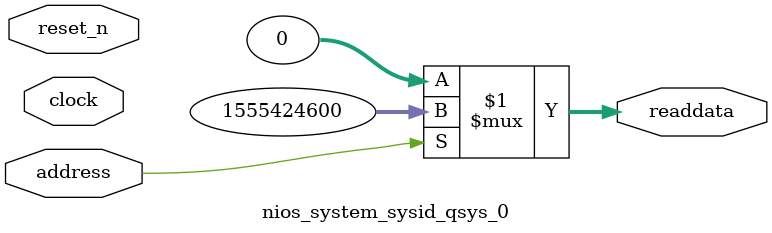
<source format=v>



// synthesis translate_off
`timescale 1ns / 1ps
// synthesis translate_on

// turn off superfluous verilog processor warnings 
// altera message_level Level1 
// altera message_off 10034 10035 10036 10037 10230 10240 10030 

module nios_system_sysid_qsys_0 (
               // inputs:
                address,
                clock,
                reset_n,

               // outputs:
                readdata
             )
;

  output  [ 31: 0] readdata;
  input            address;
  input            clock;
  input            reset_n;

  wire    [ 31: 0] readdata;
  //control_slave, which is an e_avalon_slave
  assign readdata = address ? 1555424600 : 0;

endmodule



</source>
